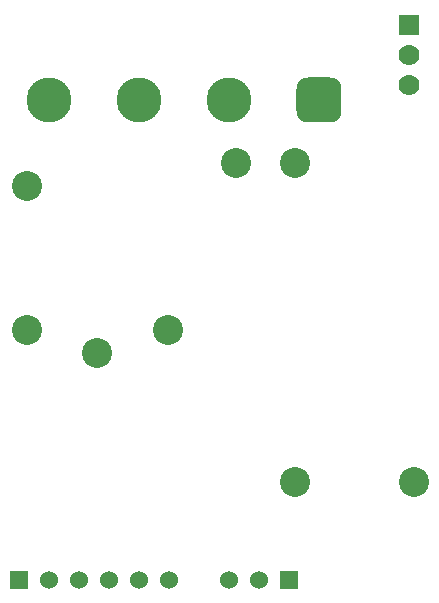
<source format=gbr>
%TF.GenerationSoftware,Altium Limited,Altium Designer,20.2.5 (213)*%
G04 Layer_Physical_Order=2*
G04 Layer_Color=16711680*
%FSLAX26Y26*%
%MOIN*%
%TF.SameCoordinates,777CE05A-463F-4341-A6E9-F235672CD6F8*%
%TF.FilePolarity,Positive*%
%TF.FileFunction,Copper,L2,Bot,Signal*%
%TF.Part,Single*%
G01*
G75*
%TA.AperFunction,ComponentPad*%
%ADD29C,0.060000*%
%ADD30R,0.060000X0.060000*%
%ADD31C,0.150000*%
G04:AMPARAMS|DCode=32|XSize=150mil|YSize=150mil|CornerRadius=37.5mil|HoleSize=0mil|Usage=FLASHONLY|Rotation=180.000|XOffset=0mil|YOffset=0mil|HoleType=Round|Shape=RoundedRectangle|*
%AMROUNDEDRECTD32*
21,1,0.150000,0.075000,0,0,180.0*
21,1,0.075000,0.150000,0,0,180.0*
1,1,0.075000,-0.037500,0.037500*
1,1,0.075000,0.037500,0.037500*
1,1,0.075000,0.037500,-0.037500*
1,1,0.075000,-0.037500,-0.037500*
%
%ADD32ROUNDEDRECTD32*%
%ADD33C,0.100000*%
%ADD34C,0.070000*%
%ADD35R,0.070000X0.070000*%
D29*
X900000Y200000D02*
D03*
X1000000D02*
D03*
X700000D02*
D03*
X600000D02*
D03*
X500000D02*
D03*
X400000D02*
D03*
X300000D02*
D03*
D30*
X1100000D02*
D03*
X200000D02*
D03*
D31*
X900000Y1800000D02*
D03*
X600000D02*
D03*
X300000D02*
D03*
D32*
X1200000D02*
D03*
D33*
X223780Y1513465D02*
D03*
X460000Y954409D02*
D03*
X223780Y1033150D02*
D03*
X696221D02*
D03*
X1120000Y527008D02*
D03*
X1513701D02*
D03*
X1120000Y1590000D02*
D03*
X923149Y1590000D02*
D03*
D34*
X1499997Y1850003D02*
D03*
X1500000Y1950000D02*
D03*
D35*
X1499997Y2050003D02*
D03*
%TF.MD5,d662e2647692d313f4c42590b15fd057*%
M02*

</source>
